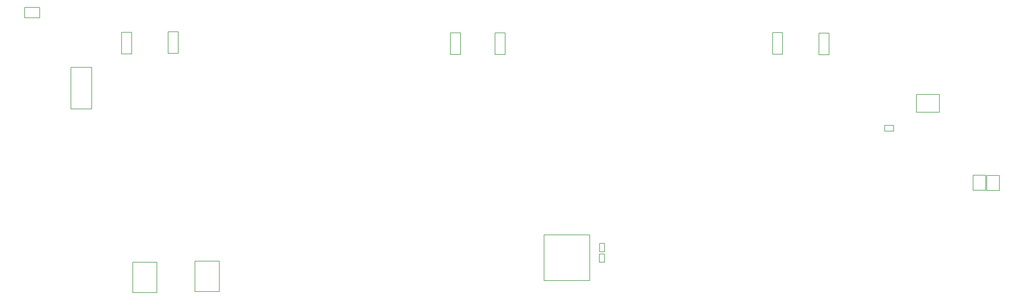
<source format=gbr>
%TF.GenerationSoftware,Altium Limited,Altium Designer,26.1.1 (7)*%
G04 Layer_Color=32768*
%FSLAX43Y43*%
%MOMM*%
%TF.SameCoordinates,F910D8A4-5627-44EB-A571-6FFAAA827985*%
%TF.FilePolarity,Positive*%
%TF.FileFunction,Other,Bottom_Courtyard*%
%TF.Part,Single*%
G01*
G75*
%TA.AperFunction,NonConductor*%
%ADD96C,0.200*%
D96*
X29225Y62900D02*
Y75800D01*
Y62900D02*
X35675D01*
Y75800D01*
X29225D02*
X35675D01*
X48308Y6103D02*
X55813D01*
X48308D02*
Y15497D01*
X55813D01*
Y6103D02*
Y15497D01*
X67598Y6385D02*
X75103D01*
X67598D02*
Y15779D01*
X75103D01*
Y6385D02*
Y15779D01*
X175516Y23967D02*
X189686D01*
X175516Y9796D02*
Y23967D01*
Y9796D02*
X189686D01*
Y23967D01*
X194189Y15436D02*
Y18048D01*
X192639D02*
X194189D01*
X192639Y15436D02*
Y18048D01*
Y15436D02*
X194189D01*
X192672Y18669D02*
Y21281D01*
Y18669D02*
X194222D01*
Y21281D01*
X192672D02*
X194222D01*
X316324Y37696D02*
Y42354D01*
X312424D02*
X316324D01*
X312424Y37696D02*
Y42354D01*
Y37696D02*
X316324D01*
X308199Y37772D02*
X312099D01*
X308199D02*
Y42378D01*
X312099D01*
Y37772D02*
Y42378D01*
X14922Y91072D02*
X19528D01*
Y94278D01*
X14922D02*
X19528D01*
X14922Y91072D02*
Y94278D01*
X44846Y79911D02*
X47966D01*
X44846D02*
Y86611D01*
X47966D01*
Y79911D02*
Y86611D01*
X62376Y80095D02*
Y86795D01*
X59256D02*
X62376D01*
X59256Y80095D02*
Y86795D01*
Y80095D02*
X62376D01*
X249290Y79854D02*
Y86554D01*
X246170D02*
X249290D01*
X246170Y79854D02*
Y86554D01*
Y79854D02*
X249290D01*
X263667Y79615D02*
Y86315D01*
X260547D02*
X263667D01*
X260547Y79615D02*
Y86315D01*
Y79615D02*
X263667D01*
X280803Y57772D02*
X283603D01*
X280803Y56072D02*
Y57772D01*
Y56072D02*
X283603D01*
Y57772D01*
X290691Y61867D02*
X297801D01*
Y67367D01*
X290691D02*
X297801D01*
X290691Y61867D02*
Y67367D01*
X163513Y79731D02*
Y86431D01*
X160393D02*
X163513D01*
X160393Y79731D02*
Y86431D01*
Y79731D02*
X163513D01*
X149703D02*
Y86431D01*
X146583D02*
X149703D01*
X146583Y79731D02*
Y86431D01*
Y79731D02*
X149703D01*
%TF.MD5,99697d2883a6c269c82b85208a0c247b*%
M02*

</source>
